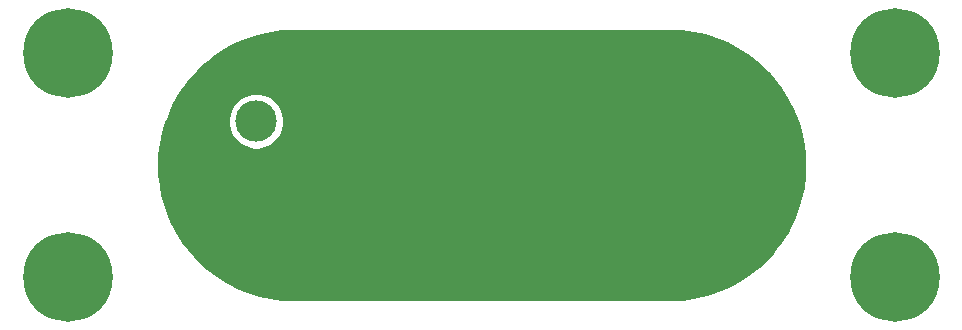
<source format=gbr>
G04 #@! TF.GenerationSoftware,KiCad,Pcbnew,(5.1.0)-1*
G04 #@! TF.CreationDate,2019-08-13T16:47:37+01:00*
G04 #@! TF.ProjectId,fp_baseline,66705f62-6173-4656-9c69-6e652e6b6963,rev?*
G04 #@! TF.SameCoordinates,Original*
G04 #@! TF.FileFunction,Copper,L1,Top*
G04 #@! TF.FilePolarity,Positive*
%FSLAX46Y46*%
G04 Gerber Fmt 4.6, Leading zero omitted, Abs format (unit mm)*
G04 Created by KiCad (PCBNEW (5.1.0)-1) date 2019-08-13 16:47:37*
%MOMM*%
%LPD*%
G04 APERTURE LIST*
%ADD10C,3.500000*%
%ADD11C,7.580000*%
%ADD12C,1.000000*%
%ADD13C,0.254000*%
G04 APERTURE END LIST*
D10*
X130950000Y-96300000D03*
D11*
X185010000Y-109510000D03*
X114990000Y-109510000D03*
X185010000Y-90490000D03*
X114990000Y-90490000D03*
D12*
X143650000Y-90740000D03*
D13*
G36*
X166989184Y-88676618D02*
G01*
X167968112Y-88795276D01*
X168917191Y-89012773D01*
X169887072Y-89309676D01*
X170795988Y-89685098D01*
X171676370Y-90150019D01*
X172507242Y-90674259D01*
X173276970Y-91266358D01*
X174357002Y-92306755D01*
X175326934Y-93464736D01*
X175849347Y-94302567D01*
X176353930Y-95291946D01*
X176799400Y-96440268D01*
X177085968Y-97458078D01*
X177234481Y-98319454D01*
X177353105Y-99179478D01*
X177362986Y-99999587D01*
X177353030Y-100527224D01*
X177343201Y-100930212D01*
X177224724Y-101838539D01*
X177026791Y-102768823D01*
X176779513Y-103609568D01*
X176472981Y-104420394D01*
X176067100Y-105281655D01*
X175850544Y-105665549D01*
X175503011Y-106231532D01*
X175286613Y-106556128D01*
X174901281Y-107060024D01*
X174604345Y-107406450D01*
X174118642Y-107951627D01*
X173496088Y-108544535D01*
X172920275Y-109011142D01*
X172615493Y-109256934D01*
X171835513Y-109760465D01*
X171260837Y-110067620D01*
X170746452Y-110334704D01*
X170074965Y-110611199D01*
X169362187Y-110858691D01*
X168719817Y-111036578D01*
X167927900Y-111204861D01*
X167088214Y-111323405D01*
X165997115Y-111373000D01*
X134103182Y-111373000D01*
X133110816Y-111323382D01*
X132131888Y-111204724D01*
X131182809Y-110987227D01*
X130212928Y-110690324D01*
X129304012Y-110314902D01*
X128423630Y-109849981D01*
X127592758Y-109325741D01*
X126823030Y-108733642D01*
X125742998Y-107693245D01*
X124773066Y-106535264D01*
X124250653Y-105697433D01*
X123746070Y-104708054D01*
X123300600Y-103559732D01*
X123014032Y-102541922D01*
X122865519Y-101680546D01*
X122746895Y-100820522D01*
X122737014Y-100000413D01*
X122746970Y-99472776D01*
X122756799Y-99069788D01*
X122875276Y-98161461D01*
X123073209Y-97231177D01*
X123320487Y-96390432D01*
X123443479Y-96065098D01*
X128565000Y-96065098D01*
X128565000Y-96534902D01*
X128656654Y-96995679D01*
X128836440Y-97429721D01*
X129097450Y-97820349D01*
X129429651Y-98152550D01*
X129820279Y-98413560D01*
X130254321Y-98593346D01*
X130715098Y-98685000D01*
X131184902Y-98685000D01*
X131645679Y-98593346D01*
X132079721Y-98413560D01*
X132470349Y-98152550D01*
X132802550Y-97820349D01*
X133063560Y-97429721D01*
X133243346Y-96995679D01*
X133335000Y-96534902D01*
X133335000Y-96065098D01*
X133243346Y-95604321D01*
X133063560Y-95170279D01*
X132802550Y-94779651D01*
X132470349Y-94447450D01*
X132079721Y-94186440D01*
X131645679Y-94006654D01*
X131184902Y-93915000D01*
X130715098Y-93915000D01*
X130254321Y-94006654D01*
X129820279Y-94186440D01*
X129429651Y-94447450D01*
X129097450Y-94779651D01*
X128836440Y-95170279D01*
X128656654Y-95604321D01*
X128565000Y-96065098D01*
X123443479Y-96065098D01*
X123627019Y-95579606D01*
X124032900Y-94718345D01*
X124249456Y-94334451D01*
X124596989Y-93768468D01*
X124813387Y-93443872D01*
X125198719Y-92939976D01*
X125495655Y-92593550D01*
X125981358Y-92048373D01*
X126603912Y-91455465D01*
X127179725Y-90988858D01*
X127484507Y-90743066D01*
X128264487Y-90239535D01*
X128839163Y-89932380D01*
X129353548Y-89665296D01*
X130025035Y-89388801D01*
X130737813Y-89141309D01*
X131380183Y-88963422D01*
X132172100Y-88795139D01*
X133011786Y-88676595D01*
X134102885Y-88627000D01*
X165996818Y-88627000D01*
X166989184Y-88676618D01*
X166989184Y-88676618D01*
G37*
X166989184Y-88676618D02*
X167968112Y-88795276D01*
X168917191Y-89012773D01*
X169887072Y-89309676D01*
X170795988Y-89685098D01*
X171676370Y-90150019D01*
X172507242Y-90674259D01*
X173276970Y-91266358D01*
X174357002Y-92306755D01*
X175326934Y-93464736D01*
X175849347Y-94302567D01*
X176353930Y-95291946D01*
X176799400Y-96440268D01*
X177085968Y-97458078D01*
X177234481Y-98319454D01*
X177353105Y-99179478D01*
X177362986Y-99999587D01*
X177353030Y-100527224D01*
X177343201Y-100930212D01*
X177224724Y-101838539D01*
X177026791Y-102768823D01*
X176779513Y-103609568D01*
X176472981Y-104420394D01*
X176067100Y-105281655D01*
X175850544Y-105665549D01*
X175503011Y-106231532D01*
X175286613Y-106556128D01*
X174901281Y-107060024D01*
X174604345Y-107406450D01*
X174118642Y-107951627D01*
X173496088Y-108544535D01*
X172920275Y-109011142D01*
X172615493Y-109256934D01*
X171835513Y-109760465D01*
X171260837Y-110067620D01*
X170746452Y-110334704D01*
X170074965Y-110611199D01*
X169362187Y-110858691D01*
X168719817Y-111036578D01*
X167927900Y-111204861D01*
X167088214Y-111323405D01*
X165997115Y-111373000D01*
X134103182Y-111373000D01*
X133110816Y-111323382D01*
X132131888Y-111204724D01*
X131182809Y-110987227D01*
X130212928Y-110690324D01*
X129304012Y-110314902D01*
X128423630Y-109849981D01*
X127592758Y-109325741D01*
X126823030Y-108733642D01*
X125742998Y-107693245D01*
X124773066Y-106535264D01*
X124250653Y-105697433D01*
X123746070Y-104708054D01*
X123300600Y-103559732D01*
X123014032Y-102541922D01*
X122865519Y-101680546D01*
X122746895Y-100820522D01*
X122737014Y-100000413D01*
X122746970Y-99472776D01*
X122756799Y-99069788D01*
X122875276Y-98161461D01*
X123073209Y-97231177D01*
X123320487Y-96390432D01*
X123443479Y-96065098D01*
X128565000Y-96065098D01*
X128565000Y-96534902D01*
X128656654Y-96995679D01*
X128836440Y-97429721D01*
X129097450Y-97820349D01*
X129429651Y-98152550D01*
X129820279Y-98413560D01*
X130254321Y-98593346D01*
X130715098Y-98685000D01*
X131184902Y-98685000D01*
X131645679Y-98593346D01*
X132079721Y-98413560D01*
X132470349Y-98152550D01*
X132802550Y-97820349D01*
X133063560Y-97429721D01*
X133243346Y-96995679D01*
X133335000Y-96534902D01*
X133335000Y-96065098D01*
X133243346Y-95604321D01*
X133063560Y-95170279D01*
X132802550Y-94779651D01*
X132470349Y-94447450D01*
X132079721Y-94186440D01*
X131645679Y-94006654D01*
X131184902Y-93915000D01*
X130715098Y-93915000D01*
X130254321Y-94006654D01*
X129820279Y-94186440D01*
X129429651Y-94447450D01*
X129097450Y-94779651D01*
X128836440Y-95170279D01*
X128656654Y-95604321D01*
X128565000Y-96065098D01*
X123443479Y-96065098D01*
X123627019Y-95579606D01*
X124032900Y-94718345D01*
X124249456Y-94334451D01*
X124596989Y-93768468D01*
X124813387Y-93443872D01*
X125198719Y-92939976D01*
X125495655Y-92593550D01*
X125981358Y-92048373D01*
X126603912Y-91455465D01*
X127179725Y-90988858D01*
X127484507Y-90743066D01*
X128264487Y-90239535D01*
X128839163Y-89932380D01*
X129353548Y-89665296D01*
X130025035Y-89388801D01*
X130737813Y-89141309D01*
X131380183Y-88963422D01*
X132172100Y-88795139D01*
X133011786Y-88676595D01*
X134102885Y-88627000D01*
X165996818Y-88627000D01*
X166989184Y-88676618D01*
M02*

</source>
